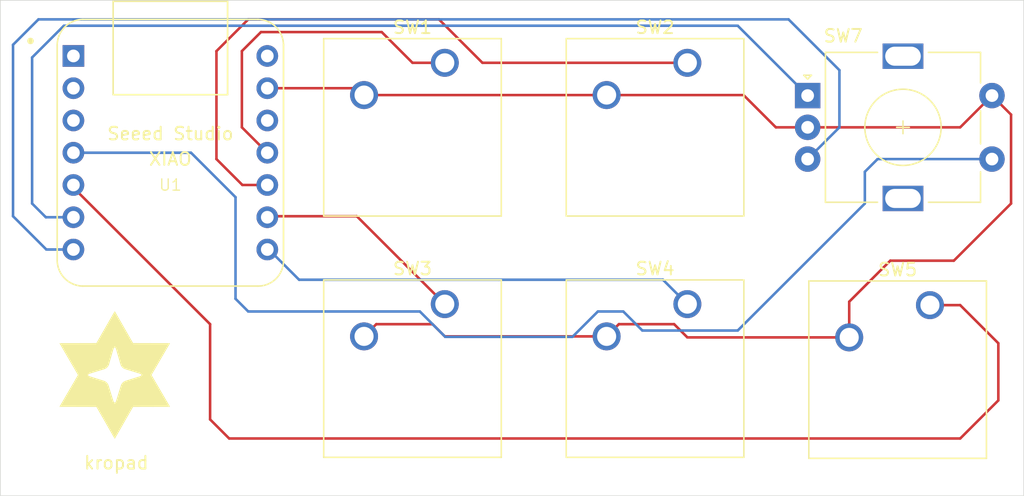
<source format=kicad_pcb>
(kicad_pcb (version 20240108) (generator "pcbnew") (generator_version "8.0")
  (layers (0 "F.Cu" signal) (31 "B.Cu" signal) (34 "B.Paste" user) (35 "F.Paste" user) (36 "B.SilkS" user "B.Silkscreen") (37 "F.SilkS" user "F.Silkscreen") (38 "B.Mask" user) (39 "F.Mask" user) (44 "Edge.Cuts" user))
  (net 0 "")
  (net 1 "GND")
  (net 2 "Net-(U1-PA6_A10_D10_MOSI)")
  (net 3 "Net-(U1-PA5_A9_D9_MISO)")
  (net 4 "Net-(U1-PA7_A8_D8_SCK)")
  (net 5 "Net-(U1-PB09_A7_D7_RX)")
  (net 6 "Net-(U1-PA8_A4_D4_SDA)")
  (net 7 "Net-(U1-PA11_A3_D3)")
  (net 8 "Net-(U1-PA9_A5_D5_SCL)")
  (net 9 "Net-(U1-PB08_A6_D6_TX)")
  (footprint "silkscreens:try2" (layer "F.Cu") (at 155 80)
    (property "Reference" "G***" (hide yes))
    (property "Value" "LOGO" (hide yes))
  )
  (footprint "Button_Switch_Keyboard:SW_Cherry_MX_1.00u_PCB" (layer "F.Cu") (at 219.12 74.5)
    (property "Reference" "SW5" (at -2.54 -2.794 0) (layer "F.SilkS"))
    (property "Value" "SW_Push")
    (pad "" np_thru_hole circle (at -7.62 5.08) (size 1.7 1.7) (drill 1.7) (layers "*.Cu" "*.Mask"))
    (pad "" np_thru_hole circle (at -2.54 5.08) (size 4 4) (drill 4) (layers "*.Cu" "*.Mask"))
    (pad "" np_thru_hole circle (at 2.54 5.08) (size 1.7 1.7) (drill 1.7) (layers "*.Cu" "*.Mask"))
    (pad "1" thru_hole circle (at 0 0) (size 2.2 2.2) (drill 1.5) (layers "*.Cu" "*.Mask") (net 6 "Net-(U1-PA8_A4_D4_SDA)"))
    (pad "2" thru_hole circle (at -6.35 2.54) (size 2.2 2.2) (drill 1.5) (layers "*.Cu" "*.Mask") (net 1 "GND"))
  )
  (footprint "Button_Switch_Keyboard:SW_Cherry_MX_1.00u_PCB" (layer "F.Cu") (at 200.04 55.42)
    (property "Reference" "SW2" (at -2.54 -2.794 0) (layer "F.SilkS"))
    (property "Value" "SW_Push")
    (pad "" np_thru_hole circle (at -7.62 5.08) (size 1.7 1.7) (drill 1.7) (layers "*.Cu" "*.Mask"))
    (pad "" np_thru_hole circle (at -2.54 5.08) (size 4 4) (drill 4) (layers "*.Cu" "*.Mask"))
    (pad "" np_thru_hole circle (at 2.54 5.08) (size 1.7 1.7) (drill 1.7) (layers "*.Cu" "*.Mask"))
    (pad "1" thru_hole circle (at 0 0) (size 2.2 2.2) (drill 1.5) (layers "*.Cu" "*.Mask") (net 3 "Net-(U1-PA5_A9_D9_MISO)"))
    (pad "2" thru_hole circle (at -6.35 2.54) (size 2.2 2.2) (drill 1.5) (layers "*.Cu" "*.Mask") (net 1 "GND"))
  )
  (footprint "Button_Switch_Keyboard:SW_Cherry_MX_1.00u_PCB" (layer "F.Cu") (at 180.96 55.42)
    (property "Reference" "SW1" (at -2.54 -2.794 0) (layer "F.SilkS"))
    (property "Value" "SW_Push")
    (pad "" np_thru_hole circle (at -7.62 5.08) (size 1.7 1.7) (drill 1.7) (layers "*.Cu" "*.Mask"))
    (pad "" np_thru_hole circle (at -2.54 5.08) (size 4 4) (drill 4) (layers "*.Cu" "*.Mask"))
    (pad "" np_thru_hole circle (at 2.54 5.08) (size 1.7 1.7) (drill 1.7) (layers "*.Cu" "*.Mask"))
    (pad "1" thru_hole circle (at 0 0) (size 2.2 2.2) (drill 1.5) (layers "*.Cu" "*.Mask") (net 2 "Net-(U1-PA6_A10_D10_MOSI)"))
    (pad "2" thru_hole circle (at -6.35 2.54) (size 2.2 2.2) (drill 1.5) (layers "*.Cu" "*.Mask") (net 1 "GND"))
  )
  (footprint "hackpad-Library:XIAO-Generic-Thruhole-14P-2.54-21X17.8MM" (layer "F.Cu") (at 159.375 62.5)
    (property "Reference" "U1" (at 0 2.54 0) (layer "F.SilkS") (effects (font (size 0.889 0.889) (thickness 0.1016))))
    (property "Value" "Seeed Studio XIAO SAMD21" (hide yes))
    (fp_text user "Seeed Studio" (at 0 -1.5 0) (layer "F.SilkS"))
    (fp_text user "XIAO" (at 0 0.5 0) (layer "F.SilkS"))
    (pad "1" thru_hole rect (at -7.625 -7.62) (size 1.7 1.7) (drill 1) (layers "*.Cu" "*.Mask"))
    (pad "2" thru_hole circle (at -7.625 -5.08) (size 1.7 1.7) (drill 1) (layers "*.Cu" "*.Mask"))
    (pad "3" thru_hole circle (at -7.625 -2.54) (size 1.7 1.7) (drill 1) (layers "*.Cu" "*.Mask"))
    (pad "4" thru_hole circle (at -7.625 0) (size 1.7 1.7) (drill 1) (layers "*.Cu" "*.Mask") (net 7 "Net-(U1-PA11_A3_D3)"))
    (pad "5" thru_hole circle (at -7.625 2.54) (size 1.7 1.7) (drill 1) (layers "*.Cu" "*.Mask") (net 6 "Net-(U1-PA8_A4_D4_SDA)"))
    (pad "6" thru_hole circle (at -7.625 5.08 180) (size 1.7 1.7) (drill 1) (layers "*.Cu" "*.Mask") (net 8 "Net-(U1-PA9_A5_D5_SCL)"))
    (pad "7" thru_hole circle (at -7.625 7.62) (size 1.7 1.7) (drill 1) (layers "*.Cu" "*.Mask") (net 9 "Net-(U1-PB08_A6_D6_TX)"))
    (pad "8" thru_hole circle (at 7.625 7.62) (size 1.7 1.7) (drill 1) (layers "*.Cu" "*.Mask") (net 5 "Net-(U1-PB09_A7_D7_RX)"))
    (pad "9" thru_hole circle (at 7.625 5.08) (size 1.7 1.7) (drill 1) (layers "*.Cu" "*.Mask") (net 4 "Net-(U1-PA7_A8_D8_SCK)"))
    (pad "10" thru_hole circle (at 7.625 2.54) (size 1.7 1.7) (drill 1) (layers "*.Cu" "*.Mask") (net 3 "Net-(U1-PA5_A9_D9_MISO)"))
    (pad "11" thru_hole circle (at 7.625 0) (size 1.7 1.7) (drill 1) (layers "*.Cu" "*.Mask") (net 2 "Net-(U1-PA6_A10_D10_MOSI)"))
    (pad "12" thru_hole circle (at 7.625 -2.54) (size 1.7 1.7) (drill 1) (layers "*.Cu" "*.Mask"))
    (pad "13" thru_hole circle (at 7.625 -5.08) (size 1.7 1.7) (drill 1) (layers "*.Cu" "*.Mask") (net 1 "GND"))
    (pad "14" thru_hole circle (at 7.625 -7.62) (size 1.7 1.7) (drill 1) (layers "*.Cu" "*.Mask"))
  )
  (footprint "Rotary_Encoder:RotaryEncoder_Alps_EC11E-Switch_Vertical_H20mm" (layer "F.Cu") (at 209.5 58)
    (property "Reference" "SW7" (at 2.8 -4.7 0) (layer "F.SilkS"))
    (property "Value" "RotaryEncoder_Switch")
    (pad "A" thru_hole rect (at 0 0) (size 2 2) (drill 1) (layers "*.Cu" "*.Mask") (net 8 "Net-(U1-PA9_A5_D5_SCL)"))
    (pad "B" thru_hole circle (at 0 5) (size 2 2) (drill 1) (layers "*.Cu" "*.Mask") (net 9 "Net-(U1-PB08_A6_D6_TX)"))
    (pad "C" thru_hole circle (at 0 2.5) (size 2 2) (drill 1) (layers "*.Cu" "*.Mask") (net 1 "GND"))
    (pad "MP" thru_hole rect (at 7.5 -3.1) (size 3.2 2) (drill oval 2.8 1.5) (layers "*.Cu" "*.Mask"))
    (pad "MP" thru_hole rect (at 7.5 8.1) (size 3.2 2) (drill oval 2.8 1.5) (layers "*.Cu" "*.Mask"))
    (pad "S1" thru_hole circle (at 14.5 5) (size 2 2) (drill 1) (layers "*.Cu" "*.Mask") (net 7 "Net-(U1-PA11_A3_D3)"))
    (pad "S2" thru_hole circle (at 14.5 0) (size 2 2) (drill 1) (layers "*.Cu" "*.Mask") (net 1 "GND"))
  )
  (footprint "Button_Switch_Keyboard:SW_Cherry_MX_1.00u_PCB" (layer "F.Cu") (at 200.04 74.42)
    (property "Reference" "SW4" (at -2.54 -2.794 0) (layer "F.SilkS"))
    (property "Value" "SW_Push")
    (pad "" np_thru_hole circle (at -7.62 5.08) (size 1.7 1.7) (drill 1.7) (layers "*.Cu" "*.Mask"))
    (pad "" np_thru_hole circle (at -2.54 5.08) (size 4 4) (drill 4) (layers "*.Cu" "*.Mask"))
    (pad "" np_thru_hole circle (at 2.54 5.08) (size 1.7 1.7) (drill 1.7) (layers "*.Cu" "*.Mask"))
    (pad "1" thru_hole circle (at 0 0) (size 2.2 2.2) (drill 1.5) (layers "*.Cu" "*.Mask") (net 5 "Net-(U1-PB09_A7_D7_RX)"))
    (pad "2" thru_hole circle (at -6.35 2.54) (size 2.2 2.2) (drill 1.5) (layers "*.Cu" "*.Mask") (net 1 "GND"))
  )
  (footprint "Button_Switch_Keyboard:SW_Cherry_MX_1.00u_PCB" (layer "F.Cu") (at 180.96 74.42)
    (property "Reference" "SW3" (at -2.54 -2.794 0) (layer "F.SilkS"))
    (property "Value" "SW_Push")
    (pad "" np_thru_hole circle (at -7.62 5.08) (size 1.7 1.7) (drill 1.7) (layers "*.Cu" "*.Mask"))
    (pad "" np_thru_hole circle (at -2.54 5.08) (size 4 4) (drill 4) (layers "*.Cu" "*.Mask"))
    (pad "" np_thru_hole circle (at 2.54 5.08) (size 1.7 1.7) (drill 1.7) (layers "*.Cu" "*.Mask"))
    (pad "1" thru_hole circle (at 0 0) (size 2.2 2.2) (drill 1.5) (layers "*.Cu" "*.Mask") (net 4 "Net-(U1-PA7_A8_D8_SCK)"))
    (pad "2" thru_hole circle (at -6.35 2.54) (size 2.2 2.2) (drill 1.5) (layers "*.Cu" "*.Mask") (net 1 "GND"))
  )
  (gr_rect (start 146 50.5) (end 226.5 89.5) (stroke (width 0.05)) (fill none) (layer "Edge.Cuts"))
  (gr_text "kropad" (at 152.5 87.5 0) (layer "F.SilkS") (effects (font (size 1 1)) (justify left bottom)))
  (segment (start 212.77 77.04) (end 200.04 77.04) (width 0.2) (layer "F.Cu") (net 1))
  (segment (start 194.65 76) (end 193.69 76.96) (width 0.2) (layer "F.Cu") (net 1))
  (segment (start 212.77 74.23) (end 212.77 77.04) (width 0.2) (layer "F.Cu") (net 1))
  (segment (start 225.5 59.5) (end 225.5 66.5) (width 0.2) (layer "F.Cu") (net 1))
  (segment (start 199 76) (end 194.65 76) (width 0.2) (layer "F.Cu") (net 1))
  (segment (start 225.5 66.5) (end 221 71) (width 0.2) (layer "F.Cu") (net 1))
  (segment (start 181.04 76.96) (end 181 77) (width 0.2) (layer "F.Cu") (net 1))
  (segment (start 200.04 77.04) (end 199 76) (width 0.2) (layer "F.Cu") (net 1))
  (segment (start 221 71) (end 216 71) (width 0.2) (layer "F.Cu") (net 1))
  (segment (start 193.69 57.96) (end 204.46 57.96) (width 0.2) (layer "F.Cu") (net 1))
  (segment (start 174.07 57.42) (end 174.61 57.96) (width 0.2) (layer "F.Cu") (net 1))
  (segment (start 180 76) (end 175.57 76) (width 0.2) (layer "F.Cu") (net 1))
  (segment (start 167 57.42) (end 174.07 57.42) (width 0.2) (layer "F.Cu") (net 1))
  (segment (start 209.5 60.5) (end 221.5 60.5) (width 0.2) (layer "F.Cu") (net 1))
  (segment (start 216 71) (end 212.77 74.23) (width 0.2) (layer "F.Cu") (net 1))
  (segment (start 174.61 57.96) (end 193.69 57.96) (width 0.2) (layer "F.Cu") (net 1))
  (segment (start 204.46 57.96) (end 207 60.5) (width 0.2) (layer "F.Cu") (net 1))
  (segment (start 207 60.5) (end 209.5 60.5) (width 0.2) (layer "F.Cu") (net 1))
  (segment (start 193.69 76.96) (end 181.04 76.96) (width 0.2) (layer "F.Cu") (net 1))
  (segment (start 175.57 76) (end 174.61 76.96) (width 0.2) (layer "F.Cu") (net 1))
  (segment (start 224 58) (end 225.5 59.5) (width 0.2) (layer "F.Cu") (net 1))
  (segment (start 181 77) (end 180 76) (width 0.2) (layer "F.Cu") (net 1))
  (segment (start 221.5 60.5) (end 224 58) (width 0.2) (layer "F.Cu") (net 1))
  (segment (start 178.42 55.42) (end 180.96 55.42) (width 0.2) (layer "F.Cu") (net 2))
  (segment (start 165 60.5) (end 165 54.5) (width 0.2) (layer "F.Cu") (net 2))
  (segment (start 167 62.88) (end 167 62.5) (width 0.2) (layer "F.Cu") (net 2))
  (segment (start 167 62.5) (end 165 60.5) (width 0.2) (layer "F.Cu") (net 2))
  (segment (start 165 54.5) (end 166.5 53) (width 0.2) (layer "F.Cu") (net 2))
  (segment (start 176 53) (end 178.42 55.42) (width 0.2) (layer "F.Cu") (net 2))
  (segment (start 166.5 53) (end 176 53) (width 0.2) (layer "F.Cu") (net 2))
  (segment (start 165.5 52) (end 163 54.5) (width 0.2) (layer "F.Cu") (net 3))
  (segment (start 165.04 65.04) (end 166.62 65.04) (width 0.2) (layer "F.Cu") (net 3))
  (segment (start 180.5 52) (end 165.5 52) (width 0.2) (layer "F.Cu") (net 3))
  (segment (start 166.62 65.04) (end 167 65.42) (width 0.2) (layer "F.Cu") (net 3))
  (segment (start 163 63) (end 165.04 65.04) (width 0.2) (layer "F.Cu") (net 3))
  (segment (start 200.04 55.42) (end 183.92 55.42) (width 0.2) (layer "F.Cu") (net 3))
  (segment (start 183.92 55.42) (end 180.5 52) (width 0.2) (layer "F.Cu") (net 3))
  (segment (start 163 54.5) (end 163 63) (width 0.2) (layer "F.Cu") (net 3))
  (segment (start 167 67.96) (end 167.46 67.5) (width 0.2) (layer "F.Cu") (net 4))
  (segment (start 174.04 67.5) (end 180.96 74.42) (width 0.2) (layer "F.Cu") (net 4))
  (segment (start 167.46 67.5) (end 174.04 67.5) (width 0.2) (layer "F.Cu") (net 4))
  (segment (start 167 70.5) (end 167.5 70.5) (width 0.2) (layer "B.Cu") (net 5))
  (segment (start 167.5 70.5) (end 169.5 72.5) (width 0.2) (layer "B.Cu") (net 5))
  (segment (start 169.5 72.5) (end 198.12 72.5) (width 0.2) (layer "B.Cu") (net 5))
  (segment (start 198.12 72.5) (end 200.04 74.42) (width 0.2) (layer "B.Cu") (net 5))
  (segment (start 221.5 74.5) (end 219.12 74.5) (width 0.2) (layer "F.Cu") (net 6))
  (segment (start 162.5 83.5) (end 164 85) (width 0.2) (layer "F.Cu") (net 6))
  (segment (start 162.5 76) (end 162.5 83.5) (width 0.2) (layer "F.Cu") (net 6))
  (segment (start 221.5 85) (end 224.5 82) (width 0.2) (layer "F.Cu") (net 6))
  (segment (start 224.5 82) (end 224.5 77.5) (width 0.2) (layer "F.Cu") (net 6))
  (segment (start 151.75 65.42) (end 151.92 65.42) (width 0.2) (layer "F.Cu") (net 6))
  (segment (start 164 85) (end 221.5 85) (width 0.2) (layer "F.Cu") (net 6))
  (segment (start 151.92 65.42) (end 162.5 76) (width 0.2) (layer "F.Cu") (net 6))
  (segment (start 224.5 77.5) (end 221.5 74.5) (width 0.2) (layer "F.Cu") (net 6))
  (segment (start 165.5 75) (end 179 75) (width 0.2) (layer "B.Cu") (net 7))
  (segment (start 161 62.5) (end 164.5 66) (width 0.2) (layer "B.Cu") (net 7))
  (segment (start 151.75 62.88) (end 152.13 62.5) (width 0.2) (layer "B.Cu") (net 7))
  (segment (start 164.5 66) (end 164.5 74) (width 0.2) (layer "B.Cu") (net 7))
  (segment (start 164.5 74) (end 165.5 75) (width 0.2) (layer "B.Cu") (net 7))
  (segment (start 179 75) (end 181 77) (width 0.2) (layer "B.Cu") (net 7))
  (segment (start 204 76.5) (end 214 66.5) (width 0.2) (layer "B.Cu") (net 7))
  (segment (start 193 75) (end 195 75) (width 0.2) (layer "B.Cu") (net 7))
  (segment (start 214 64) (end 215 63) (width 0.2) (layer "B.Cu") (net 7))
  (segment (start 196.5 76.5) (end 204 76.5) (width 0.2) (layer "B.Cu") (net 7))
  (segment (start 195 75) (end 196.5 76.5) (width 0.2) (layer "B.Cu") (net 7))
  (segment (start 191 77) (end 193 75) (width 0.2) (layer "B.Cu") (net 7))
  (segment (start 181 77) (end 191 77) (width 0.2) (layer "B.Cu") (net 7))
  (segment (start 152.13 62.5) (end 161 62.5) (width 0.2) (layer "B.Cu") (net 7))
  (segment (start 215 63) (end 224 63) (width 0.2) (layer "B.Cu") (net 7))
  (segment (start 214 66.5) (end 214 64) (width 0.2) (layer "B.Cu") (net 7))
  (segment (start 151.75 67.96) (end 151.37 67.58) (width 0.2) (layer "B.Cu") (net 8))
  (segment (start 204 52.5) (end 209.5 58) (width 0.2) (layer "B.Cu") (net 8))
  (segment (start 151 52.5) (end 204 52.5) (width 0.2) (layer "B.Cu") (net 8))
  (segment (start 148.5 55) (end 151 52.5) (width 0.2) (layer "B.Cu") (net 8))
  (segment (start 148.5 66.5) (end 148.5 55) (width 0.2) (layer "B.Cu") (net 8))
  (segment (start 149.58 67.58) (end 148.5 66.5) (width 0.2) (layer "B.Cu") (net 8))
  (segment (start 151.37 67.58) (end 149.58 67.58) (width 0.2) (layer "B.Cu") (net 8))
  (segment (start 147 67.5) (end 147 54) (width 0.2) (layer "B.Cu") (net 9))
  (segment (start 151.75 70.5) (end 151.37 70.12) (width 0.2) (layer "B.Cu") (net 9))
  (segment (start 151.37 70.12) (end 149.62 70.12) (width 0.2) (layer "B.Cu") (net 9))
  (segment (start 149 52) (end 208 52) (width 0.2) (layer "B.Cu") (net 9))
  (segment (start 212 56) (end 212 60.5) (width 0.2) (layer "B.Cu") (net 9))
  (segment (start 208 52) (end 212 56) (width 0.2) (layer "B.Cu") (net 9))
  (segment (start 147 54) (end 149 52) (width 0.2) (layer "B.Cu") (net 9))
  (segment (start 149.62 70.12) (end 147 67.5) (width 0.2) (layer "B.Cu") (net 9))
  (segment (start 212 60.5) (end 209.5 63) (width 0.2) (layer "B.Cu") (net 9))
)
</source>
